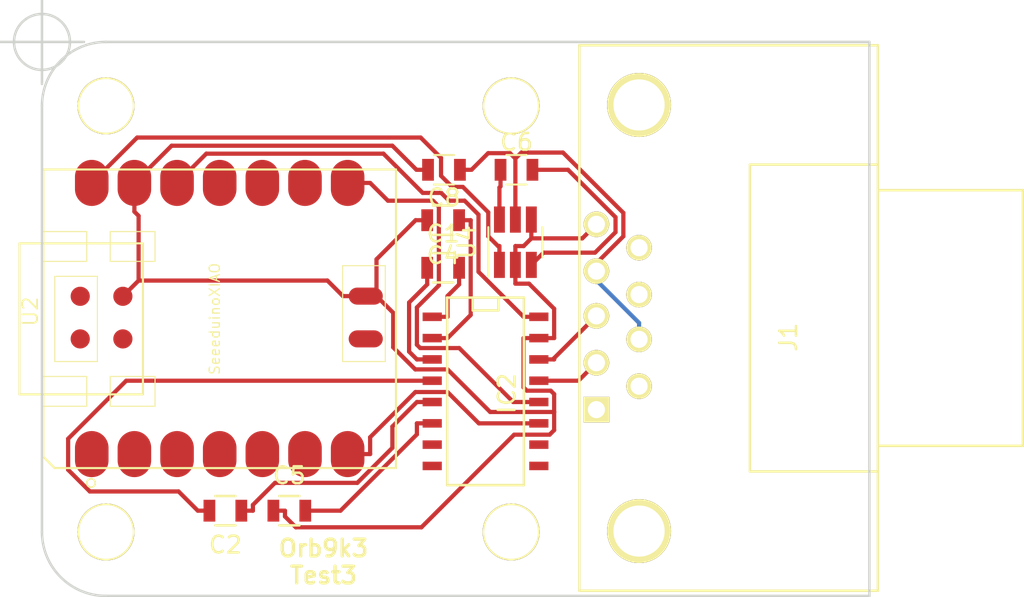
<source format=kicad_pcb>
(kicad_pcb (version 20171130) (host pcbnew "(5.1.5)-3")
  (layers (0 F.Cu signal) (31 B.Cu signal) (34 B.Paste user) (35 F.Paste user) (36 B.SilkS user) (37 F.SilkS user) (38 B.Mask user) (39 F.Mask user) (44 Edge.Cuts user))
  (net 0 "")
  (net 1 GND)
  (net 2 "Net-(C1-Pad1)")
  (net 3 "Net-(C1-Pad2)")
  (net 4 "Net-(C2-Pad1)")
  (net 5 "Net-(C2-Pad2)")
  (net 6 VBUS)
  (net 7 "Net-(C4-Pad1)")
  (net 8 "Net-(C5-Pad2)")
  (net 9 +3V3)
  (net 10 RX0)
  (net 11 TX0)
  (net 12 "Net-(IC2-Pad14)")
  (net 13 "Net-(IC2-Pad13)")
  (net 14 "Net-(C6-Pad1)")
  (net 15 "Net-(C6-Pad2)")
  (net 16 +10V)
  (module "modules:Seeeduino XIAO-MOUDLE14P-2.54-21X17.8MM" (layer F.Cu) (at 66.082 101.4 90)
    (fp_text reference U2 (at 9.3345 -21.7805 90) (layer F.SilkS) (effects (font (size 0.889 0.889) (thickness 0.1016))))
    (fp_text value SeeeduinoXIAO (at 8.89 -10.795 90) (layer F.SilkS) (effects (font (size 0.6096 0.6096) (thickness 0.0762))))
    (fp_circle (center -0.889 -18.161) (end -0.889 -18.415) (layer F.SilkS) (width 0.1))
    (fp_line (start 4.3942 -15.06982) (end 4.3942 -22.42312) (layer F.SilkS) (width 0.127))
    (fp_line (start 13.39342 -15.06982) (end 4.3942 -15.06982) (layer F.SilkS) (width 0.127))
    (fp_line (start 13.39342 -22.42312) (end 13.39342 -15.06982) (layer F.SilkS) (width 0.127))
    (fp_line (start 4.39928 -22.42312) (end 13.39342 -22.42312) (layer F.SilkS) (width 0.127))
    (fp_line (start 0 -20.32762) (end 0 0) (layer F.SilkS) (width 0.127))
    (fp_line (start 0.67056 -20.99818) (end 0 -20.32762) (layer F.SilkS) (width 0.127))
    (fp_line (start 17.79778 -20.99818) (end 0.67056 -20.99818) (layer F.SilkS) (width 0.127))
    (fp_line (start 17.79778 0) (end 17.79778 -20.99818) (layer F.SilkS) (width 0.127))
    (fp_line (start 0 0) (end 17.79778 0) (layer F.SilkS) (width 0.127))
    (fp_line (start 12.319 -18.415) (end 12.319 -21.082) (layer F.SilkS) (width 0.06604))
    (fp_line (start 12.319 -21.082) (end 14.097 -21.082) (layer F.SilkS) (width 0.06604))
    (fp_line (start 14.097 -18.415) (end 14.097 -21.082) (layer F.SilkS) (width 0.06604))
    (fp_line (start 12.319 -18.415) (end 14.097 -18.415) (layer F.SilkS) (width 0.06604))
    (fp_line (start 12.319 -14.34846) (end 12.319 -17.018) (layer F.SilkS) (width 0.06604))
    (fp_line (start 12.319 -17.018) (end 14.097 -17.018) (layer F.SilkS) (width 0.06604))
    (fp_line (start 14.097 -14.34846) (end 14.097 -17.018) (layer F.SilkS) (width 0.06604))
    (fp_line (start 12.319 -14.34846) (end 14.097 -14.34846) (layer F.SilkS) (width 0.06604))
    (fp_line (start 3.683 -14.34846) (end 3.683 -17.018) (layer F.SilkS) (width 0.06604))
    (fp_line (start 3.683 -17.018) (end 5.461 -17.018) (layer F.SilkS) (width 0.06604))
    (fp_line (start 5.461 -14.34846) (end 5.461 -17.018) (layer F.SilkS) (width 0.06604))
    (fp_line (start 3.683 -14.34846) (end 5.461 -14.34846) (layer F.SilkS) (width 0.06604))
    (fp_line (start 3.683 -18.415) (end 3.683 -21.082) (layer F.SilkS) (width 0.06604))
    (fp_line (start 3.683 -21.082) (end 5.461 -21.082) (layer F.SilkS) (width 0.06604))
    (fp_line (start 5.461 -18.415) (end 5.461 -21.082) (layer F.SilkS) (width 0.06604))
    (fp_line (start 3.683 -18.415) (end 5.461 -18.415) (layer F.SilkS) (width 0.06604))
    (fp_line (start 6.35 -0.635) (end 6.35 -3.175) (layer F.SilkS) (width 0.06604))
    (fp_line (start 6.35 -3.175) (end 12.065 -3.175) (layer F.SilkS) (width 0.06604))
    (fp_line (start 12.065 -0.635) (end 12.065 -3.175) (layer F.SilkS) (width 0.06604))
    (fp_line (start 6.35 -0.635) (end 12.065 -0.635) (layer F.SilkS) (width 0.06604))
    (fp_line (start 6.35 -17.78) (end 6.35 -20.32) (layer F.SilkS) (width 0.06604))
    (fp_line (start 6.35 -20.32) (end 11.43 -20.32) (layer F.SilkS) (width 0.06604))
    (fp_line (start 11.43 -17.78) (end 11.43 -20.32) (layer F.SilkS) (width 0.06604))
    (fp_line (start 6.35 -17.78) (end 11.43 -17.78) (layer F.SilkS) (width 0.06604))
    (pad 14 smd oval (at 16.99768 -18.11782 90) (size 2.74828 1.99898) (layers F.Cu F.Paste F.Mask) (net 6 VBUS))
    (pad 13 smd oval (at 16.99768 -15.57782 90) (size 2.74828 1.99898) (layers F.Cu F.Paste F.Mask) (net 1 GND))
    (pad 12 smd oval (at 16.99768 -13.03782 90) (size 2.74828 1.99898) (layers F.Cu F.Paste F.Mask) (net 9 +3V3))
    (pad 11 smd oval (at 16.99768 -10.49782 90) (size 2.74828 1.99898) (layers F.Cu F.Paste F.Mask))
    (pad 10 smd oval (at 16.99768 -7.95782 90) (size 2.74828 1.99898) (layers F.Cu F.Paste F.Mask))
    (pad 9 smd oval (at 16.99768 -5.41782 90) (size 2.74828 1.99898) (layers F.Cu F.Paste F.Mask))
    (pad 8 smd oval (at 16.99768 -2.87782 90) (size 2.74828 1.99898) (layers F.Cu F.Paste F.Mask) (net 10 RX0))
    (pad 7 smd oval (at 0.83312 -2.87782 90) (size 2.74828 1.99898) (layers F.Cu F.Paste F.Mask) (net 11 TX0))
    (pad 6 smd oval (at 0.83312 -5.41782 90) (size 2.74828 1.99898) (layers F.Cu F.Paste F.Mask))
    (pad 5 smd oval (at 0.83312 -7.95782 90) (size 2.74828 1.99898) (layers F.Cu F.Paste F.Mask))
    (pad 4 smd oval (at 0.83312 -10.49782 90) (size 2.74828 1.99898) (layers F.Cu F.Paste F.Mask))
    (pad 3 smd oval (at 0.83312 -13.03782 90) (size 2.74828 1.99898) (layers F.Cu F.Paste F.Mask))
    (pad 2 smd oval (at 0.83312 -15.57782 90) (size 2.74828 1.99898) (layers F.Cu F.Paste F.Mask))
    (pad 1 smd oval (at 0.83312 -18.11782 90) (size 2.74828 1.99898) (layers F.Cu F.Paste F.Mask))
    (pad 15 smd oval (at 7.7 -1.8 180) (size 2.032 1.016) (layers F.Cu F.Paste F.Mask))
    (pad 16 smd oval (at 10.25 -1.8 180) (size 2.032 1.016) (layers F.Cu F.Paste F.Mask) (net 1 GND))
    (pad 17 smd circle (at 7.698803 -18.804187 180) (size 1.143 1.143) (layers F.Cu F.Paste F.Mask))
    (pad 18 smd circle (at 10.238803 -18.804187 180) (size 1.143 1.143) (layers F.Cu F.Paste F.Mask))
    (pad 19 smd circle (at 7.698803 -16.264187 180) (size 1.143 1.143) (layers F.Cu F.Paste F.Mask))
    (pad 20 smd circle (at 10.238803 -16.264187 180) (size 1.143 1.143) (layers F.Cu F.Paste F.Mask) (net 1 GND))
  )
  (module thing_custom:M3Hole (layer F.Cu) (at 72.94 105.21)
    (fp_text reference H4 hide)
    (fp_text value VAL** hide)
    (pad 1 thru_hole circle (at 0 0) (size 3.4 3.4) (drill 3.2) (layers *.Cu *.Mask F.SilkS))
  )
  (module thing_custom:M3Hole (layer F.Cu) (at 48.81 105.21)
    (fp_text reference H2 hide)
    (fp_text value VAL** hide)
    (pad 1 thru_hole circle (at 0 0) (size 3.4 3.4) (drill 3.2) (layers *.Cu *.Mask F.SilkS))
  )
  (module thing_custom:M3Hole (layer F.Cu) (at 72.94 79.81)
    (fp_text reference H3 hide)
    (fp_text value VAL** hide)
    (pad 1 thru_hole circle (at 0 0) (size 3.4 3.4) (drill 3.2) (layers *.Cu *.Mask F.SilkS))
  )
  (module thing_custom:M3Hole (layer F.Cu) (at 48.81 79.81)
    (fp_text reference H1 hide)
    (fp_text value VAL** hide)
    (pad 1 thru_hole circle (at 0 0) (size 3.4 3.4) (drill 3.2) (layers *.Cu *.Mask F.SilkS))
  )
  (module Connect:DB9MC (layer F.Cu) (at 79.29 92.329 270)
    (fp_text reference J1 (at 1.27 -10.16 270) (layer F.SilkS))
    (fp_text value DB9-PowerDTRRTS)
    (fp_line (start -16.129 2.286) (end 16.383 2.286) (layer F.SilkS) (width 0.15))
    (fp_line (start 16.383 2.286) (end 16.383 -15.494) (layer F.SilkS) (width 0.15))
    (fp_line (start 16.383 -15.494) (end -16.129 -15.494) (layer F.SilkS) (width 0.15))
    (fp_line (start -16.129 -15.494) (end -16.129 2.286) (layer F.SilkS) (width 0.15))
    (fp_line (start -9.017 -15.494) (end -9.017 -7.874) (layer F.SilkS) (width 0.15))
    (fp_line (start -9.017 -7.874) (end 9.271 -7.874) (layer F.SilkS) (width 0.15))
    (fp_line (start 9.271 -7.874) (end 9.271 -15.494) (layer F.SilkS) (width 0.15))
    (fp_line (start -7.493 -15.494) (end -7.493 -24.13) (layer F.SilkS) (width 0.15))
    (fp_line (start -7.493 -24.13) (end 7.747 -24.13) (layer F.SilkS) (width 0.15))
    (fp_line (start 7.747 -24.13) (end 7.747 -15.494) (layer F.SilkS) (width 0.15))
    (pad "" thru_hole circle (at 12.827 -1.27 270) (size 3.81 3.81) (drill 3.048) (layers *.Cu *.Mask F.SilkS))
    (pad "" thru_hole circle (at -12.573 -1.27 270) (size 3.81 3.81) (drill 3.048) (layers *.Cu *.Mask F.SilkS))
    (pad 1 thru_hole rect (at 5.588 1.27 270) (size 1.524 1.524) (drill 1.016) (layers *.Cu *.Mask F.SilkS))
    (pad 2 thru_hole circle (at 2.794 1.27 270) (size 1.524 1.524) (drill 1.016) (layers *.Cu *.Mask F.SilkS) (net 13 "Net-(IC2-Pad13)"))
    (pad 3 thru_hole circle (at 0 1.27 270) (size 1.524 1.524) (drill 1.016) (layers *.Cu *.Mask F.SilkS) (net 12 "Net-(IC2-Pad14)"))
    (pad 4 thru_hole circle (at -2.667 1.27 270) (size 1.524 1.524) (drill 1.016) (layers *.Cu *.Mask F.SilkS) (net 16 +10V))
    (pad 5 thru_hole circle (at -5.461 1.27 270) (size 1.524 1.524) (drill 1.016) (layers *.Cu *.Mask F.SilkS) (net 1 GND))
    (pad 9 thru_hole circle (at -4.064 -1.27 270) (size 1.524 1.524) (drill 1.016) (layers *.Cu *.Mask F.SilkS))
    (pad 8 thru_hole circle (at -1.27 -1.27 270) (size 1.524 1.524) (drill 1.016) (layers *.Cu *.Mask F.SilkS))
    (pad 7 thru_hole circle (at 1.397 -1.27 270) (size 1.524 1.524) (drill 1.016) (layers *.Cu *.Mask F.SilkS) (net 16 +10V))
    (pad 6 thru_hole circle (at 4.191 -1.27 270) (size 1.524 1.524) (drill 1.016) (layers *.Cu *.Mask F.SilkS))
  )
  (module Resistors_SMD:R_0805 (layer F.Cu) (at 68.892 89.462 180)
    (fp_text reference C1 (at 0 2.032 180) (layer F.SilkS))
    (fp_text value 0.1uf)
    (fp_line (start 0.6 0.875) (end -0.6 0.875) (layer F.SilkS) (width 0.15))
    (fp_line (start -0.6 -0.875) (end 0.6 -0.875) (layer F.SilkS) (width 0.15))
    (pad 1 smd rect (at -0.95 0 180) (size 0.7 1.3) (layers F.Cu F.Paste F.Mask) (net 2 "Net-(C1-Pad1)"))
    (pad 2 smd rect (at 0.95 0 180) (size 0.7 1.3) (layers F.Cu F.Paste F.Mask) (net 3 "Net-(C1-Pad2)"))
  )
  (module Resistors_SMD:R_0805 (layer F.Cu) (at 55.922 103.94)
    (fp_text reference C2 (at 0 2.032 180) (layer F.SilkS))
    (fp_text value 0.1uf)
    (fp_line (start 0.6 0.875) (end -0.6 0.875) (layer F.SilkS) (width 0.15))
    (fp_line (start -0.6 -0.875) (end 0.6 -0.875) (layer F.SilkS) (width 0.15))
    (pad 1 smd rect (at -0.95 0) (size 0.7 1.3) (layers F.Cu F.Paste F.Mask) (net 4 "Net-(C2-Pad1)"))
    (pad 2 smd rect (at 0.95 0) (size 0.7 1.3) (layers F.Cu F.Paste F.Mask) (net 5 "Net-(C2-Pad2)"))
  )
  (module Resistors_SMD:R_0805 (layer F.Cu) (at 68.892 86.6255 180)
    (fp_text reference C4 (at 0 -2.1 180) (layer F.SilkS))
    (fp_text value 0.1uf)
    (fp_line (start 0.6 0.875) (end -0.6 0.875) (layer F.SilkS) (width 0.15))
    (fp_line (start -0.6 -0.875) (end 0.6 -0.875) (layer F.SilkS) (width 0.15))
    (pad 1 smd rect (at -0.95 0 180) (size 0.7 1.3) (layers F.Cu F.Paste F.Mask) (net 7 "Net-(C4-Pad1)"))
    (pad 2 smd rect (at 0.95 0 180) (size 0.7 1.3) (layers F.Cu F.Paste F.Mask) (net 1 GND))
  )
  (module Resistors_SMD:R_0805 (layer F.Cu) (at 59.732 103.94)
    (fp_text reference C5 (at 0 -2.1) (layer F.SilkS))
    (fp_text value 0.1uf)
    (fp_line (start 0.6 0.875) (end -0.6 0.875) (layer F.SilkS) (width 0.15))
    (fp_line (start -0.6 -0.875) (end 0.6 -0.875) (layer F.SilkS) (width 0.15))
    (pad 1 smd rect (at -0.95 0) (size 0.7 1.3) (layers F.Cu F.Paste F.Mask) (net 1 GND))
    (pad 2 smd rect (at 0.95 0) (size 0.7 1.3) (layers F.Cu F.Paste F.Mask) (net 8 "Net-(C5-Pad2)"))
  )
  (module SMD_Packages:SO-16-N (layer F.Cu) (at 71.416 96.828 270)
    (fp_text reference IC2 (at 0.127 -1.27 270) (layer F.SilkS))
    (fp_text value MAX3232)
    (fp_line (start -5.588 -0.762) (end -4.826 -0.762) (layer F.SilkS) (width 0.15))
    (fp_line (start -4.826 -0.762) (end -4.826 0.762) (layer F.SilkS) (width 0.15))
    (fp_line (start -4.826 0.762) (end -5.588 0.762) (layer F.SilkS) (width 0.15))
    (fp_line (start 5.588 -2.286) (end 5.588 2.286) (layer F.SilkS) (width 0.15))
    (fp_line (start 5.588 2.286) (end -5.588 2.286) (layer F.SilkS) (width 0.15))
    (fp_line (start -5.588 2.286) (end -5.588 -2.286) (layer F.SilkS) (width 0.15))
    (fp_line (start -5.588 -2.286) (end 5.588 -2.286) (layer F.SilkS) (width 0.15))
    (pad 16 smd rect (at -4.445 -3.175 270) (size 0.508 1.143) (layers F.Cu F.Paste F.Mask) (net 9 +3V3))
    (pad 14 smd rect (at -1.905 -3.175 270) (size 0.508 1.143) (layers F.Cu F.Paste F.Mask) (net 12 "Net-(IC2-Pad14)"))
    (pad 13 smd rect (at -0.635 -3.175 270) (size 0.508 1.143) (layers F.Cu F.Paste F.Mask) (net 13 "Net-(IC2-Pad13)"))
    (pad 12 smd rect (at 0.635 -3.175 270) (size 0.508 1.143) (layers F.Cu F.Paste F.Mask) (net 10 RX0))
    (pad 11 smd rect (at 1.905 -3.175 270) (size 0.508 1.143) (layers F.Cu F.Paste F.Mask) (net 11 TX0))
    (pad 10 smd rect (at 3.175 -3.175 270) (size 0.508 1.143) (layers F.Cu F.Paste F.Mask))
    (pad 9 smd rect (at 4.445 -3.175 270) (size 0.508 1.143) (layers F.Cu F.Paste F.Mask))
    (pad 8 smd rect (at 4.445 3.175 270) (size 0.508 1.143) (layers F.Cu F.Paste F.Mask))
    (pad 7 smd rect (at 3.175 3.175 270) (size 0.508 1.143) (layers F.Cu F.Paste F.Mask))
    (pad 6 smd rect (at 1.905 3.175 270) (size 0.508 1.143) (layers F.Cu F.Paste F.Mask) (net 8 "Net-(C5-Pad2)"))
    (pad 5 smd rect (at 0.635 3.175 270) (size 0.508 1.143) (layers F.Cu F.Paste F.Mask) (net 5 "Net-(C2-Pad2)"))
    (pad 4 smd rect (at -0.635 3.175 270) (size 0.508 1.143) (layers F.Cu F.Paste F.Mask) (net 4 "Net-(C2-Pad1)"))
    (pad 3 smd rect (at -1.905 3.175 270) (size 0.508 1.143) (layers F.Cu F.Paste F.Mask) (net 3 "Net-(C1-Pad2)"))
    (pad 2 smd rect (at -3.175 3.175 270) (size 0.508 1.143) (layers F.Cu F.Paste F.Mask) (net 7 "Net-(C4-Pad1)"))
    (pad 1 smd rect (at -4.445 3.175 270) (size 0.508 1.143) (layers F.Cu F.Paste F.Mask) (net 2 "Net-(C1-Pad1)"))
    (pad 15 smd rect (at -3.175 -3.175 270) (size 0.508 1.143) (layers F.Cu F.Paste F.Mask) (net 1 GND))
  )
  (module Resistors_SMD:R_0805 (layer F.Cu) (at 68.942 83.62 180)
    (fp_text reference C8 (at 0 -1.65) (layer F.SilkS))
    (fp_text value 10uf)
    (fp_line (start 0.6 0.88) (end -0.6 0.88) (layer F.SilkS) (width 0.12))
    (fp_line (start -0.6 -0.88) (end 0.6 -0.88) (layer F.SilkS) (width 0.12))
    (pad 1 smd rect (at -0.95 0 180) (size 0.7 1.3) (layers F.Cu F.Paste F.Mask) (net 16 +10V))
    (pad 2 smd rect (at 0.95 0 180) (size 0.7 1.3) (layers F.Cu F.Paste F.Mask) (net 1 GND))
  )
  (module TO_SOT_Packages_SMD:SOT-23-6_Handsoldering (layer F.Cu) (at 73.194 87.938 90)
    (fp_text reference U4 (at 0 -2.9 90) (layer F.SilkS))
    (fp_text value TC1240A)
    (fp_line (start -0.9 1.61) (end 0.9 1.61) (layer F.SilkS) (width 0.12))
    (fp_line (start 0.9 -1.61) (end -2.05 -1.61) (layer F.SilkS) (width 0.12))
    (pad 1 smd rect (at -1.35 -0.95 90) (size 1.56 0.65) (layers F.Cu F.Paste F.Mask) (net 6 VBUS))
    (pad 2 smd rect (at -1.35 0 90) (size 1.56 0.65) (layers F.Cu F.Paste F.Mask) (net 1 GND))
    (pad 3 smd rect (at -1.35 0.95 90) (size 1.56 0.65) (layers F.Cu F.Paste F.Mask) (net 15 "Net-(C6-Pad2)"))
    (pad 4 smd rect (at 1.35 0.95 90) (size 1.56 0.65) (layers F.Cu F.Paste F.Mask) (net 1 GND))
    (pad 6 smd rect (at 1.35 -0.95 90) (size 1.56 0.65) (layers F.Cu F.Paste F.Mask) (net 14 "Net-(C6-Pad1)"))
    (pad 5 smd rect (at 1.35 0 90) (size 1.56 0.65) (layers F.Cu F.Paste F.Mask) (net 16 +10V))
  )
  (module Resistors_SMD:R_0805 (layer F.Cu) (at 73.26 83.62)
    (fp_text reference C6 (at 0 -1.65) (layer F.SilkS))
    (fp_text value 10uf)
    (fp_line (start -0.6 -0.88) (end 0.6 -0.88) (layer F.SilkS) (width 0.12))
    (fp_line (start 0.6 0.88) (end -0.6 0.88) (layer F.SilkS) (width 0.12))
    (pad 2 smd rect (at 0.95 0) (size 0.7 1.3) (layers F.Cu F.Paste F.Mask) (net 15 "Net-(C6-Pad2)"))
    (pad 1 smd rect (at -0.95 0) (size 0.7 1.3) (layers F.Cu F.Paste F.Mask) (net 14 "Net-(C6-Pad1)"))
  )
  (gr_text "Orb9k3\nTest3" (at 61.764 106.988) (layer F.SilkS) (effects (font (size 1 1) (thickness 0.2))))
  (target plus (at 45 76) (size 5) (width 0.15) (layer Edge.Cuts))
  (gr_line (start 45 79.81) (end 45 105.21) (angle 90) (layer Edge.Cuts) (width 0.15))
  (gr_line (start 94.276012 109.02) (end 48.81 109.02) (angle 90) (layer Edge.Cuts) (width 0.15))
  (gr_line (start 94.276012 76) (end 94.276012 109.02) (angle 90) (layer Edge.Cuts) (width 0.15))
  (gr_line (start 48.81 76) (end 94.276012 76) (angle 90) (layer Edge.Cuts) (width 0.15))
  (gr_arc (start 48.81 105.21) (end 48.81 109.02) (angle 90) (layer Edge.Cuts) (width 0.15))
  (gr_arc (start 48.81 79.81) (end 45 79.81) (angle 90) (layer Edge.Cuts) (width 0.15))
  (segment (start 64.9229 91.15) (end 65.9176 92.1447) (width 0.25) (layer F.Cu) (net 1))
  (segment (start 65.9176 92.1447) (end 65.9176 94.2039) (width 0.25) (layer F.Cu) (net 1))
  (segment (start 65.9176 94.2039) (end 67.2311 95.5174) (width 0.25) (layer F.Cu) (net 1))
  (segment (start 67.2311 95.5174) (end 69.1529 95.5174) (width 0.25) (layer F.Cu) (net 1))
  (segment (start 69.1529 95.5174) (end 71.6929 98.0574) (width 0.25) (layer F.Cu) (net 1))
  (segment (start 71.6929 98.0574) (end 75.5029 98.0574) (width 0.25) (layer F.Cu) (net 1))
  (segment (start 64.9229 91.15) (end 64.9229 88.9543) (width 0.25) (layer F.Cu) (net 1))
  (segment (start 64.9229 88.9543) (end 67.2517 86.6255) (width 0.25) (layer F.Cu) (net 1))
  (segment (start 75.5029 98.0574) (end 75.5029 99.1387) (width 0.25) (layer F.Cu) (net 1))
  (segment (start 75.5029 99.1387) (end 75.2329 99.4087) (width 0.25) (layer F.Cu) (net 1))
  (segment (start 75.2329 99.4087) (end 73.1203 99.4087) (width 0.25) (layer F.Cu) (net 1))
  (segment (start 73.1203 99.4087) (end 67.5986 104.9304) (width 0.25) (layer F.Cu) (net 1))
  (segment (start 67.5986 104.9304) (end 60.1176 104.9304) (width 0.25) (layer F.Cu) (net 1))
  (segment (start 60.1176 104.9304) (end 59.4723 104.2851) (width 0.25) (layer F.Cu) (net 1))
  (segment (start 59.4723 104.2851) (end 59.4723 103.94) (width 0.25) (layer F.Cu) (net 1))
  (segment (start 73.6792 93.653) (end 73.6792 96.588) (width 0.25) (layer F.Cu) (net 1))
  (segment (start 73.6792 96.588) (end 73.8786 96.7874) (width 0.25) (layer F.Cu) (net 1))
  (segment (start 73.8786 96.7874) (end 75.2999 96.7874) (width 0.25) (layer F.Cu) (net 1))
  (segment (start 75.2999 96.7874) (end 75.5029 96.9904) (width 0.25) (layer F.Cu) (net 1))
  (segment (start 75.5029 96.9904) (end 75.5029 98.0574) (width 0.25) (layer F.Cu) (net 1))
  (segment (start 58.782 103.94) (end 59.4723 103.94) (width 0.25) (layer F.Cu) (net 1))
  (segment (start 74.591 93.653) (end 73.6792 93.653) (width 0.25) (layer F.Cu) (net 1))
  (segment (start 74.7057 93.653) (end 74.591 93.653) (width 0.25) (layer F.Cu) (net 1))
  (segment (start 74.7057 93.653) (end 75.5028 93.653) (width 0.25) (layer F.Cu) (net 1))
  (segment (start 67.8597 83.62) (end 67.992 83.62) (width 0.25) (layer F.Cu) (net 1))
  (segment (start 67.942 86.6255) (end 67.2517 86.6255) (width 0.25) (layer F.Cu) (net 1))
  (segment (start 64.282 91.15) (end 64.9229 91.15) (width 0.25) (layer F.Cu) (net 1))
  (segment (start 64.282 91.15) (end 62.9257 91.15) (width 0.25) (layer F.Cu) (net 1))
  (segment (start 50.7552 90.2238) (end 49.8178 91.1612) (width 0.25) (layer F.Cu) (net 1))
  (segment (start 50.5042 86.1168) (end 50.7552 86.3678) (width 0.25) (layer F.Cu) (net 1))
  (segment (start 50.7552 86.3678) (end 50.7552 90.2238) (width 0.25) (layer F.Cu) (net 1))
  (segment (start 50.7552 90.2238) (end 61.9995 90.2238) (width 0.25) (layer F.Cu) (net 1))
  (segment (start 61.9995 90.2238) (end 62.9257 91.15) (width 0.25) (layer F.Cu) (net 1))
  (segment (start 67.8597 83.62) (end 67.3017 83.62) (width 0.25) (layer F.Cu) (net 1))
  (segment (start 73.194 89.288) (end 73.194 90.4083) (width 0.25) (layer F.Cu) (net 1))
  (segment (start 75.5028 93.653) (end 75.5028 91.9043) (width 0.25) (layer F.Cu) (net 1))
  (segment (start 75.5028 91.9043) (end 74.0068 90.4083) (width 0.25) (layer F.Cu) (net 1))
  (segment (start 74.0068 90.4083) (end 73.194 90.4083) (width 0.25) (layer F.Cu) (net 1))
  (segment (start 50.5042 84.4023) (end 50.5042 86.1168) (width 0.25) (layer F.Cu) (net 1))
  (segment (start 50.5042 84.4023) (end 52.7206 82.1859) (width 0.25) (layer F.Cu) (net 1))
  (segment (start 52.7206 82.1859) (end 65.8676 82.1859) (width 0.25) (layer F.Cu) (net 1))
  (segment (start 65.8676 82.1859) (end 67.3017 83.62) (width 0.25) (layer F.Cu) (net 1))
  (segment (start 73.194 89.288) (end 73.194 88.1677) (width 0.25) (layer F.Cu) (net 1))
  (segment (start 73.194 88.1677) (end 73.6846 88.1677) (width 0.25) (layer F.Cu) (net 1))
  (segment (start 73.6846 88.1677) (end 74.144 87.7083) (width 0.25) (layer F.Cu) (net 1))
  (segment (start 74.144 86.588) (end 74.144 87.7083) (width 0.25) (layer F.Cu) (net 1))
  (segment (start 74.144 87.7083) (end 77.1797 87.7083) (width 0.25) (layer F.Cu) (net 1))
  (segment (start 77.1797 87.7083) (end 78.02 86.868) (width 0.25) (layer F.Cu) (net 1))
  (segment (start 69.842 89.462) (end 69.842 90.4523) (width 0.25) (layer F.Cu) (net 2))
  (segment (start 68.241 92.383) (end 69.1528 92.383) (width 0.25) (layer F.Cu) (net 2))
  (segment (start 69.1528 92.383) (end 69.1528 91.1415) (width 0.25) (layer F.Cu) (net 2))
  (segment (start 69.1528 91.1415) (end 69.842 90.4523) (width 0.25) (layer F.Cu) (net 2))
  (segment (start 67.942 90.4523) (end 66.8639 91.5304) (width 0.25) (layer F.Cu) (net 3))
  (segment (start 66.8639 91.5304) (end 66.8639 94.4577) (width 0.25) (layer F.Cu) (net 3))
  (segment (start 66.8639 94.4577) (end 67.3292 94.923) (width 0.25) (layer F.Cu) (net 3))
  (segment (start 67.942 89.462) (end 67.942 90.4523) (width 0.25) (layer F.Cu) (net 3))
  (segment (start 68.241 94.923) (end 67.3292 94.923) (width 0.25) (layer F.Cu) (net 3))
  (segment (start 54.972 103.94) (end 54.2817 103.94) (width 0.25) (layer F.Cu) (net 4))
  (segment (start 68.241 96.193) (end 50.0168 96.193) (width 0.25) (layer F.Cu) (net 4))
  (segment (start 50.0168 96.193) (end 46.5584 99.6514) (width 0.25) (layer F.Cu) (net 4))
  (segment (start 46.5584 99.6514) (end 46.5584 101.5029) (width 0.25) (layer F.Cu) (net 4))
  (segment (start 46.5584 101.5029) (end 47.8491 102.7936) (width 0.25) (layer F.Cu) (net 4))
  (segment (start 47.8491 102.7936) (end 53.1353 102.7936) (width 0.25) (layer F.Cu) (net 4))
  (segment (start 53.1353 102.7936) (end 54.2817 103.94) (width 0.25) (layer F.Cu) (net 4))
  (segment (start 56.872 103.94) (end 57.5623 103.94) (width 0.25) (layer F.Cu) (net 5))
  (segment (start 68.241 97.463) (end 67.3292 97.463) (width 0.25) (layer F.Cu) (net 5))
  (segment (start 67.3292 97.463) (end 65.8686 98.9236) (width 0.25) (layer F.Cu) (net 5))
  (segment (start 65.8686 98.9236) (end 65.8686 100.1936) (width 0.25) (layer F.Cu) (net 5))
  (segment (start 65.8686 100.1936) (end 63.7807 102.2815) (width 0.25) (layer F.Cu) (net 5))
  (segment (start 63.7807 102.2815) (end 58.8757 102.2815) (width 0.25) (layer F.Cu) (net 5))
  (segment (start 58.8757 102.2815) (end 57.5623 103.5949) (width 0.25) (layer F.Cu) (net 5))
  (segment (start 57.5623 103.5949) (end 57.5623 103.94) (width 0.25) (layer F.Cu) (net 5))
  (segment (start 72.244 89.288) (end 72.244 88.1677) (width 0.25) (layer F.Cu) (net 6))
  (segment (start 47.9642 84.4023) (end 50.6684 81.6981) (width 0.25) (layer F.Cu) (net 6))
  (segment (start 50.6684 81.6981) (end 67.5527 81.6981) (width 0.25) (layer F.Cu) (net 6))
  (segment (start 67.5527 81.6981) (end 68.7664 82.9118) (width 0.25) (layer F.Cu) (net 6))
  (segment (start 68.7664 82.9118) (end 68.7664 83.9785) (width 0.25) (layer F.Cu) (net 6))
  (segment (start 68.7664 83.9785) (end 69.4272 84.6393) (width 0.25) (layer F.Cu) (net 6))
  (segment (start 69.4272 84.6393) (end 70.0635 84.6393) (width 0.25) (layer F.Cu) (net 6))
  (segment (start 70.0635 84.6393) (end 71.5787 86.1545) (width 0.25) (layer F.Cu) (net 6))
  (segment (start 71.5787 86.1545) (end 71.5787 87.5857) (width 0.25) (layer F.Cu) (net 6))
  (segment (start 71.5787 87.5857) (end 72.1607 88.1677) (width 0.25) (layer F.Cu) (net 6))
  (segment (start 72.1607 88.1677) (end 72.244 88.1677) (width 0.25) (layer F.Cu) (net 6))
  (segment (start 69.842 86.6255) (end 70.5323 86.6255) (width 0.25) (layer F.Cu) (net 7))
  (segment (start 68.241 93.653) (end 69.1528 93.653) (width 0.25) (layer F.Cu) (net 7))
  (segment (start 69.1528 93.653) (end 70.5323 92.2735) (width 0.25) (layer F.Cu) (net 7))
  (segment (start 70.5323 92.2735) (end 70.5323 86.6255) (width 0.25) (layer F.Cu) (net 7))
  (segment (start 60.682 103.94) (end 62.7803 103.94) (width 0.25) (layer F.Cu) (net 8))
  (segment (start 62.7803 103.94) (end 67.3292 99.3911) (width 0.25) (layer F.Cu) (net 8))
  (segment (start 67.3292 99.3911) (end 67.3292 98.733) (width 0.25) (layer F.Cu) (net 8))
  (segment (start 68.241 98.733) (end 67.3292 98.733) (width 0.25) (layer F.Cu) (net 8))
  (segment (start 74.591 92.383) (end 73.6792 92.383) (width 0.25) (layer F.Cu) (net 9))
  (segment (start 73.6792 92.383) (end 70.9977 89.7015) (width 0.25) (layer F.Cu) (net 9))
  (segment (start 70.9977 89.7015) (end 70.9977 86.2918) (width 0.25) (layer F.Cu) (net 9))
  (segment (start 70.9977 86.2918) (end 70.1687 85.4628) (width 0.25) (layer F.Cu) (net 9))
  (segment (start 70.1687 85.4628) (end 69.2413 85.4628) (width 0.25) (layer F.Cu) (net 9))
  (segment (start 69.2413 85.4628) (end 68.7761 84.9976) (width 0.25) (layer F.Cu) (net 9))
  (segment (start 68.7761 84.9976) (end 67.6734 84.9976) (width 0.25) (layer F.Cu) (net 9))
  (segment (start 67.6734 84.9976) (end 65.335 82.6592) (width 0.25) (layer F.Cu) (net 9))
  (segment (start 65.335 82.6592) (end 54.7873 82.6592) (width 0.25) (layer F.Cu) (net 9))
  (segment (start 54.7873 82.6592) (end 53.0442 84.4023) (width 0.25) (layer F.Cu) (net 9))
  (segment (start 63.2042 84.4023) (end 64.544 84.4023) (width 0.25) (layer F.Cu) (net 10))
  (segment (start 64.544 84.4023) (end 65.6047 85.463) (width 0.25) (layer F.Cu) (net 10))
  (segment (start 65.6047 85.463) (end 68.2855 85.463) (width 0.25) (layer F.Cu) (net 10))
  (segment (start 68.2855 85.463) (end 68.6372 85.8147) (width 0.25) (layer F.Cu) (net 10))
  (segment (start 68.6372 85.8147) (end 68.6372 90.5158) (width 0.25) (layer F.Cu) (net 10))
  (segment (start 68.6372 90.5158) (end 67.3292 91.8238) (width 0.25) (layer F.Cu) (net 10))
  (segment (start 67.3292 91.8238) (end 67.3292 94.048) (width 0.25) (layer F.Cu) (net 10))
  (segment (start 67.3292 94.048) (end 67.5286 94.2474) (width 0.25) (layer F.Cu) (net 10))
  (segment (start 67.5286 94.2474) (end 69.8517 94.2474) (width 0.25) (layer F.Cu) (net 10))
  (segment (start 69.8517 94.2474) (end 73.0673 97.463) (width 0.25) (layer F.Cu) (net 10))
  (segment (start 73.0673 97.463) (end 74.591 97.463) (width 0.25) (layer F.Cu) (net 10))
  (segment (start 63.2042 100.5669) (end 64.544 100.5669) (width 0.25) (layer F.Cu) (net 11))
  (segment (start 64.544 100.5669) (end 64.544 99.562) (width 0.25) (layer F.Cu) (net 11))
  (segment (start 64.544 99.562) (end 67.2374 96.8686) (width 0.25) (layer F.Cu) (net 11))
  (segment (start 67.2374 96.8686) (end 69.1529 96.8686) (width 0.25) (layer F.Cu) (net 11))
  (segment (start 69.1529 96.8686) (end 71.0173 98.733) (width 0.25) (layer F.Cu) (net 11))
  (segment (start 71.0173 98.733) (end 74.591 98.733) (width 0.25) (layer F.Cu) (net 11))
  (segment (start 74.591 94.923) (end 75.5028 94.923) (width 0.25) (layer F.Cu) (net 12))
  (segment (start 75.5028 94.923) (end 75.5028 94.8462) (width 0.25) (layer F.Cu) (net 12))
  (segment (start 75.5028 94.8462) (end 78.02 92.329) (width 0.25) (layer F.Cu) (net 12))
  (segment (start 74.591 96.193) (end 76.95 96.193) (width 0.25) (layer F.Cu) (net 13))
  (segment (start 76.95 96.193) (end 78.02 95.123) (width 0.25) (layer F.Cu) (net 13))
  (segment (start 72.31 83.62) (end 72.31 84.6103) (width 0.25) (layer F.Cu) (net 14))
  (segment (start 72.31 84.6103) (end 72.244 84.6763) (width 0.25) (layer F.Cu) (net 14))
  (segment (start 72.244 84.6763) (end 72.244 86.588) (width 0.25) (layer F.Cu) (net 14))
  (segment (start 74.21 83.62) (end 76.3312 83.62) (width 0.25) (layer F.Cu) (net 15))
  (segment (start 76.3312 83.62) (end 79.1584 86.4472) (width 0.25) (layer F.Cu) (net 15))
  (segment (start 79.1584 86.4472) (end 79.1584 87.3378) (width 0.25) (layer F.Cu) (net 15))
  (segment (start 79.1584 87.3378) (end 77.9366 88.5596) (width 0.25) (layer F.Cu) (net 15))
  (segment (start 77.9366 88.5596) (end 74.8724 88.5596) (width 0.25) (layer F.Cu) (net 15))
  (segment (start 74.8724 88.5596) (end 74.144 89.288) (width 0.25) (layer F.Cu) (net 15))
  (segment (start 73.194 82.9495) (end 72.8741 82.6296) (width 0.25) (layer F.Cu) (net 16))
  (segment (start 72.8741 82.6296) (end 71.5727 82.6296) (width 0.25) (layer F.Cu) (net 16))
  (segment (start 71.5727 82.6296) (end 70.5823 83.62) (width 0.25) (layer F.Cu) (net 16))
  (segment (start 73.194 86.588) (end 73.194 82.9495) (width 0.25) (layer F.Cu) (net 16))
  (segment (start 73.194 82.9495) (end 73.5487 82.5948) (width 0.25) (layer F.Cu) (net 16))
  (segment (start 73.5487 82.5948) (end 76.0297 82.5948) (width 0.25) (layer F.Cu) (net 16))
  (segment (start 76.0297 82.5948) (end 79.625 86.1901) (width 0.25) (layer F.Cu) (net 16))
  (segment (start 79.625 86.1901) (end 79.625 87.5851) (width 0.25) (layer F.Cu) (net 16))
  (segment (start 79.625 87.5851) (end 78.02 89.1901) (width 0.25) (layer F.Cu) (net 16))
  (segment (start 78.02 89.1901) (end 78.02 89.662) (width 0.25) (layer F.Cu) (net 16))
  (segment (start 69.892 83.62) (end 70.5823 83.62) (width 0.25) (layer F.Cu) (net 16))
  (segment (start 80.56 93.726) (end 80.56 92.7462) (width 0.25) (layer B.Cu) (net 16))
  (segment (start 80.56 92.7462) (end 78.02 90.2062) (width 0.25) (layer B.Cu) (net 16))
  (segment (start 78.02 90.2062) (end 78.02 89.662) (width 0.25) (layer B.Cu) (net 16))
)
</source>
